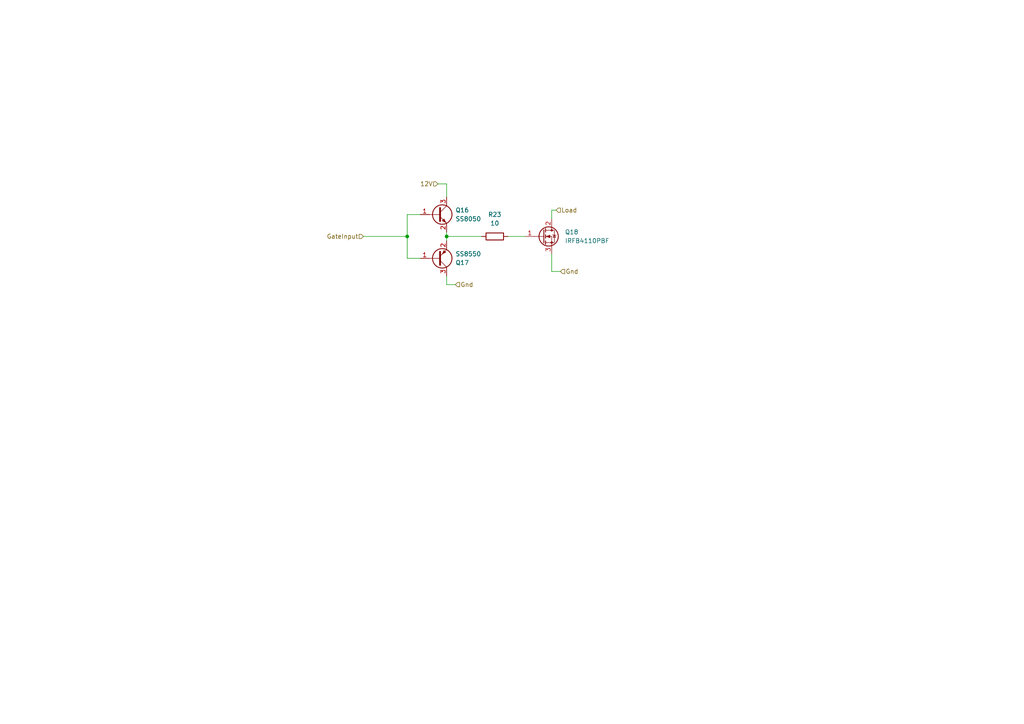
<source format=kicad_sch>
(kicad_sch
	(version 20250114)
	(generator "eeschema")
	(generator_version "9.0")
	(uuid "4e10f350-25d4-4e02-9799-0bbdf34d3f33")
	(paper "A4")
	(lib_symbols
		(symbol "Device:R"
			(pin_numbers
				(hide yes)
			)
			(pin_names
				(offset 0)
			)
			(exclude_from_sim no)
			(in_bom yes)
			(on_board yes)
			(property "Reference" "R"
				(at 2.032 0 90)
				(effects
					(font
						(size 1.27 1.27)
					)
				)
			)
			(property "Value" "R"
				(at 0 0 90)
				(effects
					(font
						(size 1.27 1.27)
					)
				)
			)
			(property "Footprint" ""
				(at -1.778 0 90)
				(effects
					(font
						(size 1.27 1.27)
					)
					(hide yes)
				)
			)
			(property "Datasheet" "~"
				(at 0 0 0)
				(effects
					(font
						(size 1.27 1.27)
					)
					(hide yes)
				)
			)
			(property "Description" "Resistor"
				(at 0 0 0)
				(effects
					(font
						(size 1.27 1.27)
					)
					(hide yes)
				)
			)
			(property "ki_keywords" "R res resistor"
				(at 0 0 0)
				(effects
					(font
						(size 1.27 1.27)
					)
					(hide yes)
				)
			)
			(property "ki_fp_filters" "R_*"
				(at 0 0 0)
				(effects
					(font
						(size 1.27 1.27)
					)
					(hide yes)
				)
			)
			(symbol "R_0_1"
				(rectangle
					(start -1.016 -2.54)
					(end 1.016 2.54)
					(stroke
						(width 0.254)
						(type default)
					)
					(fill
						(type none)
					)
				)
			)
			(symbol "R_1_1"
				(pin passive line
					(at 0 3.81 270)
					(length 1.27)
					(name "~"
						(effects
							(font
								(size 1.27 1.27)
							)
						)
					)
					(number "1"
						(effects
							(font
								(size 1.27 1.27)
							)
						)
					)
				)
				(pin passive line
					(at 0 -3.81 90)
					(length 1.27)
					(name "~"
						(effects
							(font
								(size 1.27 1.27)
							)
						)
					)
					(number "2"
						(effects
							(font
								(size 1.27 1.27)
							)
						)
					)
				)
			)
			(embedded_fonts no)
		)
		(symbol "Transistor_BJT:SS8050"
			(pin_names
				(offset 0)
				(hide yes)
			)
			(exclude_from_sim no)
			(in_bom yes)
			(on_board yes)
			(property "Reference" "Q"
				(at 5.08 1.905 0)
				(effects
					(font
						(size 1.27 1.27)
					)
					(justify left)
				)
			)
			(property "Value" "SS8050"
				(at 5.08 0 0)
				(effects
					(font
						(size 1.27 1.27)
					)
					(justify left)
				)
			)
			(property "Footprint" "Package_TO_SOT_SMD:SOT-23"
				(at 5.08 -7.366 0)
				(effects
					(font
						(size 1.27 1.27)
						(italic yes)
					)
					(justify left)
					(hide yes)
				)
			)
			(property "Datasheet" "http://www.secosgmbh.com/datasheet/products/SSMPTransistor/SOT-23/SS8050.pdf"
				(at 5.08 -4.826 0)
				(effects
					(font
						(size 1.27 1.27)
					)
					(justify left)
					(hide yes)
				)
			)
			(property "Description" "General Purpose NPN Transistor, 1.5A Ic, 25V Vce, SOT-23"
				(at 34.036 -2.286 0)
				(effects
					(font
						(size 1.27 1.27)
					)
					(hide yes)
				)
			)
			(property "ki_keywords" "SS8050 NPN Transistor"
				(at 0 0 0)
				(effects
					(font
						(size 1.27 1.27)
					)
					(hide yes)
				)
			)
			(property "ki_fp_filters" "SOT?23*"
				(at 0 0 0)
				(effects
					(font
						(size 1.27 1.27)
					)
					(hide yes)
				)
			)
			(symbol "SS8050_0_1"
				(polyline
					(pts
						(xy -2.54 0) (xy 0.635 0)
					)
					(stroke
						(width 0)
						(type default)
					)
					(fill
						(type none)
					)
				)
				(polyline
					(pts
						(xy 0.635 1.905) (xy 0.635 -1.905)
					)
					(stroke
						(width 0.508)
						(type default)
					)
					(fill
						(type none)
					)
				)
				(circle
					(center 1.27 0)
					(radius 2.8194)
					(stroke
						(width 0.254)
						(type default)
					)
					(fill
						(type none)
					)
				)
			)
			(symbol "SS8050_1_1"
				(polyline
					(pts
						(xy 0.635 0.635) (xy 2.54 2.54)
					)
					(stroke
						(width 0)
						(type default)
					)
					(fill
						(type none)
					)
				)
				(polyline
					(pts
						(xy 0.635 -0.635) (xy 2.54 -2.54)
					)
					(stroke
						(width 0)
						(type default)
					)
					(fill
						(type none)
					)
				)
				(polyline
					(pts
						(xy 1.27 -1.778) (xy 1.778 -1.27) (xy 2.286 -2.286) (xy 1.27 -1.778)
					)
					(stroke
						(width 0)
						(type default)
					)
					(fill
						(type outline)
					)
				)
				(pin input line
					(at -5.08 0 0)
					(length 2.54)
					(name "B"
						(effects
							(font
								(size 1.27 1.27)
							)
						)
					)
					(number "1"
						(effects
							(font
								(size 1.27 1.27)
							)
						)
					)
				)
				(pin passive line
					(at 2.54 5.08 270)
					(length 2.54)
					(name "C"
						(effects
							(font
								(size 1.27 1.27)
							)
						)
					)
					(number "3"
						(effects
							(font
								(size 1.27 1.27)
							)
						)
					)
				)
				(pin passive line
					(at 2.54 -5.08 90)
					(length 2.54)
					(name "E"
						(effects
							(font
								(size 1.27 1.27)
							)
						)
					)
					(number "2"
						(effects
							(font
								(size 1.27 1.27)
							)
						)
					)
				)
			)
			(embedded_fonts no)
		)
		(symbol "Transistor_BJT:SS8550"
			(pin_names
				(offset 0)
				(hide yes)
			)
			(exclude_from_sim no)
			(in_bom yes)
			(on_board yes)
			(property "Reference" "Q"
				(at 5.08 1.905 0)
				(effects
					(font
						(size 1.27 1.27)
					)
					(justify left)
				)
			)
			(property "Value" "SS8550"
				(at 5.08 0 0)
				(effects
					(font
						(size 1.27 1.27)
					)
					(justify left)
				)
			)
			(property "Footprint" "Package_TO_SOT_SMD:SOT-23"
				(at 5.08 -7.366 0)
				(effects
					(font
						(size 1.27 1.27)
						(italic yes)
					)
					(justify left)
					(hide yes)
				)
			)
			(property "Datasheet" "http://www.secosgmbh.com/datasheet/products/SSMPTransistor/SOT-23/SS8550.pdf"
				(at 5.08 -4.826 0)
				(effects
					(font
						(size 1.27 1.27)
					)
					(justify left)
					(hide yes)
				)
			)
			(property "Description" "General Purpose PNP Transistor, 1.5A Ic, 25V Vce, SOT-23"
				(at 34.036 -2.286 0)
				(effects
					(font
						(size 1.27 1.27)
					)
					(hide yes)
				)
			)
			(property "ki_keywords" "SS8550 PNP Transistor"
				(at 0 0 0)
				(effects
					(font
						(size 1.27 1.27)
					)
					(hide yes)
				)
			)
			(property "ki_fp_filters" "SOT?23*"
				(at 0 0 0)
				(effects
					(font
						(size 1.27 1.27)
					)
					(hide yes)
				)
			)
			(symbol "SS8550_0_1"
				(polyline
					(pts
						(xy -2.54 0) (xy 0.635 0)
					)
					(stroke
						(width 0)
						(type default)
					)
					(fill
						(type none)
					)
				)
				(polyline
					(pts
						(xy 0.635 1.905) (xy 0.635 -1.905)
					)
					(stroke
						(width 0.508)
						(type default)
					)
					(fill
						(type none)
					)
				)
				(polyline
					(pts
						(xy 0.635 0.635) (xy 2.54 2.54)
					)
					(stroke
						(width 0)
						(type default)
					)
					(fill
						(type none)
					)
				)
				(polyline
					(pts
						(xy 0.635 -0.635) (xy 2.54 -2.54)
					)
					(stroke
						(width 0)
						(type default)
					)
					(fill
						(type none)
					)
				)
				(circle
					(center 1.27 0)
					(radius 2.8194)
					(stroke
						(width 0.254)
						(type default)
					)
					(fill
						(type none)
					)
				)
				(polyline
					(pts
						(xy 2.286 -1.778) (xy 1.778 -2.286) (xy 1.27 -1.27) (xy 2.286 -1.778)
					)
					(stroke
						(width 0)
						(type default)
					)
					(fill
						(type outline)
					)
				)
			)
			(symbol "SS8550_1_1"
				(pin input line
					(at -5.08 0 0)
					(length 2.54)
					(name "B"
						(effects
							(font
								(size 1.27 1.27)
							)
						)
					)
					(number "1"
						(effects
							(font
								(size 1.27 1.27)
							)
						)
					)
				)
				(pin passive line
					(at 2.54 5.08 270)
					(length 2.54)
					(name "C"
						(effects
							(font
								(size 1.27 1.27)
							)
						)
					)
					(number "3"
						(effects
							(font
								(size 1.27 1.27)
							)
						)
					)
				)
				(pin passive line
					(at 2.54 -5.08 90)
					(length 2.54)
					(name "E"
						(effects
							(font
								(size 1.27 1.27)
							)
						)
					)
					(number "2"
						(effects
							(font
								(size 1.27 1.27)
							)
						)
					)
				)
			)
			(embedded_fonts no)
		)
		(symbol "Transistor_FET:IRF3205"
			(pin_names
				(hide yes)
			)
			(exclude_from_sim no)
			(in_bom yes)
			(on_board yes)
			(property "Reference" "Q"
				(at 5.08 1.905 0)
				(effects
					(font
						(size 1.27 1.27)
					)
					(justify left)
				)
			)
			(property "Value" "IRF3205"
				(at 5.08 0 0)
				(effects
					(font
						(size 1.27 1.27)
					)
					(justify left)
				)
			)
			(property "Footprint" "Package_TO_SOT_THT:TO-220-3_Vertical"
				(at 5.08 -1.905 0)
				(effects
					(font
						(size 1.27 1.27)
						(italic yes)
					)
					(justify left)
					(hide yes)
				)
			)
			(property "Datasheet" "http://www.irf.com/product-info/datasheets/data/irf3205.pdf"
				(at 5.08 -3.81 0)
				(effects
					(font
						(size 1.27 1.27)
					)
					(justify left)
					(hide yes)
				)
			)
			(property "Description" "110A Id, 55V Vds, Single N-Channel HEXFET Power MOSFET, 8mOhm Ron, TO-220AB"
				(at 0 0 0)
				(effects
					(font
						(size 1.27 1.27)
					)
					(hide yes)
				)
			)
			(property "ki_keywords" "Single N-Channel HEXFET Power MOSFET"
				(at 0 0 0)
				(effects
					(font
						(size 1.27 1.27)
					)
					(hide yes)
				)
			)
			(property "ki_fp_filters" "TO?220*"
				(at 0 0 0)
				(effects
					(font
						(size 1.27 1.27)
					)
					(hide yes)
				)
			)
			(symbol "IRF3205_0_1"
				(polyline
					(pts
						(xy 0.254 1.905) (xy 0.254 -1.905)
					)
					(stroke
						(width 0.254)
						(type default)
					)
					(fill
						(type none)
					)
				)
				(polyline
					(pts
						(xy 0.254 0) (xy -2.54 0)
					)
					(stroke
						(width 0)
						(type default)
					)
					(fill
						(type none)
					)
				)
				(polyline
					(pts
						(xy 0.762 2.286) (xy 0.762 1.27)
					)
					(stroke
						(width 0.254)
						(type default)
					)
					(fill
						(type none)
					)
				)
				(polyline
					(pts
						(xy 0.762 0.508) (xy 0.762 -0.508)
					)
					(stroke
						(width 0.254)
						(type default)
					)
					(fill
						(type none)
					)
				)
				(polyline
					(pts
						(xy 0.762 -1.27) (xy 0.762 -2.286)
					)
					(stroke
						(width 0.254)
						(type default)
					)
					(fill
						(type none)
					)
				)
				(polyline
					(pts
						(xy 0.762 -1.778) (xy 3.302 -1.778) (xy 3.302 1.778) (xy 0.762 1.778)
					)
					(stroke
						(width 0)
						(type default)
					)
					(fill
						(type none)
					)
				)
				(polyline
					(pts
						(xy 1.016 0) (xy 2.032 0.381) (xy 2.032 -0.381) (xy 1.016 0)
					)
					(stroke
						(width 0)
						(type default)
					)
					(fill
						(type outline)
					)
				)
				(circle
					(center 1.651 0)
					(radius 2.794)
					(stroke
						(width 0.254)
						(type default)
					)
					(fill
						(type none)
					)
				)
				(polyline
					(pts
						(xy 2.54 2.54) (xy 2.54 1.778)
					)
					(stroke
						(width 0)
						(type default)
					)
					(fill
						(type none)
					)
				)
				(circle
					(center 2.54 1.778)
					(radius 0.254)
					(stroke
						(width 0)
						(type default)
					)
					(fill
						(type outline)
					)
				)
				(circle
					(center 2.54 -1.778)
					(radius 0.254)
					(stroke
						(width 0)
						(type default)
					)
					(fill
						(type outline)
					)
				)
				(polyline
					(pts
						(xy 2.54 -2.54) (xy 2.54 0) (xy 0.762 0)
					)
					(stroke
						(width 0)
						(type default)
					)
					(fill
						(type none)
					)
				)
				(polyline
					(pts
						(xy 2.794 0.508) (xy 2.921 0.381) (xy 3.683 0.381) (xy 3.81 0.254)
					)
					(stroke
						(width 0)
						(type default)
					)
					(fill
						(type none)
					)
				)
				(polyline
					(pts
						(xy 3.302 0.381) (xy 2.921 -0.254) (xy 3.683 -0.254) (xy 3.302 0.381)
					)
					(stroke
						(width 0)
						(type default)
					)
					(fill
						(type none)
					)
				)
			)
			(symbol "IRF3205_1_1"
				(pin input line
					(at -5.08 0 0)
					(length 2.54)
					(name "G"
						(effects
							(font
								(size 1.27 1.27)
							)
						)
					)
					(number "1"
						(effects
							(font
								(size 1.27 1.27)
							)
						)
					)
				)
				(pin passive line
					(at 2.54 5.08 270)
					(length 2.54)
					(name "D"
						(effects
							(font
								(size 1.27 1.27)
							)
						)
					)
					(number "2"
						(effects
							(font
								(size 1.27 1.27)
							)
						)
					)
				)
				(pin passive line
					(at 2.54 -5.08 90)
					(length 2.54)
					(name "S"
						(effects
							(font
								(size 1.27 1.27)
							)
						)
					)
					(number "3"
						(effects
							(font
								(size 1.27 1.27)
							)
						)
					)
				)
			)
			(embedded_fonts no)
		)
	)
	(junction
		(at 118.11 68.58)
		(diameter 0)
		(color 0 0 0 0)
		(uuid "64f7e974-cdcb-4713-aca0-3fdf42ac7ac2")
	)
	(junction
		(at 129.54 68.58)
		(diameter 0)
		(color 0 0 0 0)
		(uuid "99466649-8284-4c3b-a655-841d5590b5e0")
	)
	(wire
		(pts
			(xy 132.08 82.55) (xy 129.54 82.55)
		)
		(stroke
			(width 0)
			(type default)
		)
		(uuid "136054b1-a541-443e-9905-49bf68cdf09a")
	)
	(wire
		(pts
			(xy 129.54 82.55) (xy 129.54 80.01)
		)
		(stroke
			(width 0)
			(type default)
		)
		(uuid "1ad3e6b2-7fbc-4586-b219-7131110f9a56")
	)
	(wire
		(pts
			(xy 161.29 60.96) (xy 160.02 60.96)
		)
		(stroke
			(width 0)
			(type default)
		)
		(uuid "48336d43-3f1e-456c-b45d-3a7eff9347de")
	)
	(wire
		(pts
			(xy 147.32 68.58) (xy 152.4 68.58)
		)
		(stroke
			(width 0)
			(type default)
		)
		(uuid "4edd646e-11c8-4ab4-ae90-db057249a80d")
	)
	(wire
		(pts
			(xy 129.54 53.34) (xy 129.54 57.15)
		)
		(stroke
			(width 0)
			(type default)
		)
		(uuid "5382b549-2b70-4c99-aecb-716f4b7dc9a7")
	)
	(wire
		(pts
			(xy 118.11 68.58) (xy 118.11 62.23)
		)
		(stroke
			(width 0)
			(type default)
		)
		(uuid "574653c6-390b-4858-9448-f4be5cbc9582")
	)
	(wire
		(pts
			(xy 127 53.34) (xy 129.54 53.34)
		)
		(stroke
			(width 0)
			(type default)
		)
		(uuid "6560ae6a-5ee1-4eb5-b717-f9b1f102eb87")
	)
	(wire
		(pts
			(xy 162.56 78.74) (xy 160.02 78.74)
		)
		(stroke
			(width 0)
			(type default)
		)
		(uuid "69a36d9d-b258-49f5-8e39-c95d02048214")
	)
	(wire
		(pts
			(xy 118.11 62.23) (xy 121.92 62.23)
		)
		(stroke
			(width 0)
			(type default)
		)
		(uuid "7090ab3e-1d32-4a59-9cbb-7574300797e2")
	)
	(wire
		(pts
			(xy 129.54 68.58) (xy 129.54 69.85)
		)
		(stroke
			(width 0)
			(type default)
		)
		(uuid "72124aa8-7c6f-4aa1-b723-a6965e5cd354")
	)
	(wire
		(pts
			(xy 129.54 68.58) (xy 139.7 68.58)
		)
		(stroke
			(width 0)
			(type default)
		)
		(uuid "aedbc88d-bd55-4d5b-9b06-499dd7ec10e6")
	)
	(wire
		(pts
			(xy 160.02 60.96) (xy 160.02 63.5)
		)
		(stroke
			(width 0)
			(type default)
		)
		(uuid "b45ff309-bbac-4e85-bf29-b604bab4206b")
	)
	(wire
		(pts
			(xy 118.11 74.93) (xy 118.11 68.58)
		)
		(stroke
			(width 0)
			(type default)
		)
		(uuid "dbd345b6-51f6-46f4-b987-9b63b1234c66")
	)
	(wire
		(pts
			(xy 105.41 68.58) (xy 118.11 68.58)
		)
		(stroke
			(width 0)
			(type default)
		)
		(uuid "df024811-bbeb-4b6b-9191-a7f3db898e2d")
	)
	(wire
		(pts
			(xy 160.02 73.66) (xy 160.02 78.74)
		)
		(stroke
			(width 0)
			(type default)
		)
		(uuid "f80edc65-5555-468b-8db1-4928d59fe9bb")
	)
	(wire
		(pts
			(xy 121.92 74.93) (xy 118.11 74.93)
		)
		(stroke
			(width 0)
			(type default)
		)
		(uuid "fac62461-a3d5-431f-b64a-bc8db06a82d2")
	)
	(wire
		(pts
			(xy 129.54 67.31) (xy 129.54 68.58)
		)
		(stroke
			(width 0)
			(type default)
		)
		(uuid "fcf34f6c-6169-41f0-b803-23ccdb03d5f0")
	)
	(hierarchical_label "GateInput"
		(shape input)
		(at 105.41 68.58 180)
		(effects
			(font
				(size 1.27 1.27)
			)
			(justify right)
		)
		(uuid "2cd81eb9-8e18-4f08-b2be-21341a1bb627")
	)
	(hierarchical_label "Gnd"
		(shape input)
		(at 162.56 78.74 0)
		(effects
			(font
				(size 1.27 1.27)
			)
			(justify left)
		)
		(uuid "328a667b-7579-4320-90ee-3940ef4cee0c")
	)
	(hierarchical_label "Gnd"
		(shape input)
		(at 132.08 82.55 0)
		(effects
			(font
				(size 1.27 1.27)
			)
			(justify left)
		)
		(uuid "8781198b-a969-45fd-8cf8-aa6fe823b952")
	)
	(hierarchical_label "Load"
		(shape input)
		(at 161.29 60.96 0)
		(effects
			(font
				(size 1.27 1.27)
			)
			(justify left)
		)
		(uuid "cc70dda2-757a-424a-af57-09b809879dd7")
	)
	(hierarchical_label "12V"
		(shape input)
		(at 127 53.34 180)
		(effects
			(font
				(size 1.27 1.27)
			)
			(justify right)
		)
		(uuid "faa570ab-2228-4f45-9de2-b51c84091ea6")
	)
	(symbol
		(lib_id "Transistor_FET:IRF3205")
		(at 157.48 68.58 0)
		(unit 1)
		(exclude_from_sim no)
		(in_bom yes)
		(on_board yes)
		(dnp no)
		(fields_autoplaced yes)
		(uuid "0d339af1-b33a-4c44-8b4f-d30fc38ca72f")
		(property "Reference" "Q15"
			(at 163.83 67.3099 0)
			(effects
				(font
					(size 1.27 1.27)
				)
				(justify left)
			)
		)
		(property "Value" "IRFB4110PBF"
			(at 163.83 69.8499 0)
			(effects
				(font
					(size 1.27 1.27)
				)
				(justify left)
			)
		)
		(property "Footprint" "Package_TO_SOT_THT:TO-220-3_Horizontal_TabUp"
			(at 162.56 70.485 0)
			(effects
				(font
					(size 1.27 1.27)
					(italic yes)
				)
				(justify left)
				(hide yes)
			)
		)
		(property "Datasheet" "http://www.irf.com/product-info/datasheets/data/irf3205.pdf"
			(at 162.56 72.39 0)
			(effects
				(font
					(size 1.27 1.27)
				)
				(justify left)
				(hide yes)
			)
		)
		(property "Description" "110A Id, 55V Vds, Single N-Channel HEXFET Power MOSFET, 8mOhm Ron, TO-220AB"
			(at 157.48 68.58 0)
			(effects
				(font
					(size 1.27 1.27)
				)
				(hide yes)
			)
		)
		(pin "2"
			(uuid "5be3e078-e40d-4d6b-b17e-42167abece85")
		)
		(pin "1"
			(uuid "3ebdcf14-6920-49e7-9686-43b26d4fc422")
		)
		(pin "3"
			(uuid "daf3ac93-102b-4daf-8327-e6826f64479c")
		)
		(instances
			(project "VFD_V1"
				(path "/e60c11d9-ab9e-4760-a4a7-008fcec65a72/c6551446-5e26-4d9a-a5bc-1c867d865e21/114be0da-6ec0-43cc-95ec-fead423de7f2/285d2753-215f-428f-a3e3-1ef4b695e2d7"
					(reference "Q18")
					(unit 1)
				)
				(path "/e60c11d9-ab9e-4760-a4a7-008fcec65a72/c6551446-5e26-4d9a-a5bc-1c867d865e21/114be0da-6ec0-43cc-95ec-fead423de7f2/b376caf9-3098-44f3-80b6-fb87206c02dc"
					(reference "Q15")
					(unit 1)
				)
				(path "/e60c11d9-ab9e-4760-a4a7-008fcec65a72/c6551446-5e26-4d9a-a5bc-1c867d865e21/4ead1ef3-6642-476a-91a4-2f6f295e53fc/285d2753-215f-428f-a3e3-1ef4b695e2d7"
					(reference "Q24")
					(unit 1)
				)
				(path "/e60c11d9-ab9e-4760-a4a7-008fcec65a72/c6551446-5e26-4d9a-a5bc-1c867d865e21/4ead1ef3-6642-476a-91a4-2f6f295e53fc/b376caf9-3098-44f3-80b6-fb87206c02dc"
					(reference "Q21")
					(unit 1)
				)
			)
		)
	)
	(symbol
		(lib_id "Device:R")
		(at 143.51 68.58 90)
		(unit 1)
		(exclude_from_sim no)
		(in_bom yes)
		(on_board yes)
		(dnp no)
		(fields_autoplaced yes)
		(uuid "27fe0c6c-289c-4899-8202-cf88b8d9e60b")
		(property "Reference" "R21"
			(at 143.51 62.23 90)
			(effects
				(font
					(size 1.27 1.27)
				)
			)
		)
		(property "Value" "10"
			(at 143.51 64.77 90)
			(effects
				(font
					(size 1.27 1.27)
				)
			)
		)
		(property "Footprint" "Resistor_SMD:R_0603_1608Metric_Pad0.98x0.95mm_HandSolder"
			(at 143.51 70.358 90)
			(effects
				(font
					(size 1.27 1.27)
				)
				(hide yes)
			)
		)
		(property "Datasheet" "~"
			(at 143.51 68.58 0)
			(effects
				(font
					(size 1.27 1.27)
				)
				(hide yes)
			)
		)
		(property "Description" "Resistor"
			(at 143.51 68.58 0)
			(effects
				(font
					(size 1.27 1.27)
				)
				(hide yes)
			)
		)
		(pin "1"
			(uuid "eca13df0-b328-4236-b1b8-9dbe6966269e")
		)
		(pin "2"
			(uuid "cd6f34ee-e681-4d93-828f-1945c3ae6a50")
		)
		(instances
			(project "VFD_V1"
				(path "/e60c11d9-ab9e-4760-a4a7-008fcec65a72/c6551446-5e26-4d9a-a5bc-1c867d865e21/114be0da-6ec0-43cc-95ec-fead423de7f2/285d2753-215f-428f-a3e3-1ef4b695e2d7"
					(reference "R23")
					(unit 1)
				)
				(path "/e60c11d9-ab9e-4760-a4a7-008fcec65a72/c6551446-5e26-4d9a-a5bc-1c867d865e21/114be0da-6ec0-43cc-95ec-fead423de7f2/b376caf9-3098-44f3-80b6-fb87206c02dc"
					(reference "R21")
					(unit 1)
				)
				(path "/e60c11d9-ab9e-4760-a4a7-008fcec65a72/c6551446-5e26-4d9a-a5bc-1c867d865e21/4ead1ef3-6642-476a-91a4-2f6f295e53fc/285d2753-215f-428f-a3e3-1ef4b695e2d7"
					(reference "R26")
					(unit 1)
				)
				(path "/e60c11d9-ab9e-4760-a4a7-008fcec65a72/c6551446-5e26-4d9a-a5bc-1c867d865e21/4ead1ef3-6642-476a-91a4-2f6f295e53fc/b376caf9-3098-44f3-80b6-fb87206c02dc"
					(reference "R25")
					(unit 1)
				)
			)
		)
	)
	(symbol
		(lib_id "Transistor_BJT:SS8050")
		(at 127 62.23 0)
		(unit 1)
		(exclude_from_sim no)
		(in_bom yes)
		(on_board yes)
		(dnp no)
		(fields_autoplaced yes)
		(uuid "2ead9d98-f9ac-4abd-bf03-9a70cd15560e")
		(property "Reference" "Q13"
			(at 132.08 60.9599 0)
			(effects
				(font
					(size 1.27 1.27)
				)
				(justify left)
			)
		)
		(property "Value" "SS8050"
			(at 132.08 63.4999 0)
			(effects
				(font
					(size 1.27 1.27)
				)
				(justify left)
			)
		)
		(property "Footprint" "Package_TO_SOT_SMD:SOT-23"
			(at 132.08 69.596 0)
			(effects
				(font
					(size 1.27 1.27)
					(italic yes)
				)
				(justify left)
				(hide yes)
			)
		)
		(property "Datasheet" "http://www.secosgmbh.com/datasheet/products/SSMPTransistor/SOT-23/SS8050.pdf"
			(at 132.08 67.056 0)
			(effects
				(font
					(size 1.27 1.27)
				)
				(justify left)
				(hide yes)
			)
		)
		(property "Description" "General Purpose NPN Transistor, 1.5A Ic, 25V Vce, SOT-23"
			(at 161.036 64.516 0)
			(effects
				(font
					(size 1.27 1.27)
				)
				(hide yes)
			)
		)
		(pin "2"
			(uuid "10c36734-f660-4022-ba80-7797b994f05f")
		)
		(pin "3"
			(uuid "58d3680b-f795-4f75-8c5a-ee6bea5274f9")
		)
		(pin "1"
			(uuid "123d3710-991e-489c-a8f3-048f358cf2ce")
		)
		(instances
			(project "VFD_V1"
				(path "/e60c11d9-ab9e-4760-a4a7-008fcec65a72/c6551446-5e26-4d9a-a5bc-1c867d865e21/114be0da-6ec0-43cc-95ec-fead423de7f2/285d2753-215f-428f-a3e3-1ef4b695e2d7"
					(reference "Q16")
					(unit 1)
				)
				(path "/e60c11d9-ab9e-4760-a4a7-008fcec65a72/c6551446-5e26-4d9a-a5bc-1c867d865e21/114be0da-6ec0-43cc-95ec-fead423de7f2/b376caf9-3098-44f3-80b6-fb87206c02dc"
					(reference "Q13")
					(unit 1)
				)
				(path "/e60c11d9-ab9e-4760-a4a7-008fcec65a72/c6551446-5e26-4d9a-a5bc-1c867d865e21/4ead1ef3-6642-476a-91a4-2f6f295e53fc/285d2753-215f-428f-a3e3-1ef4b695e2d7"
					(reference "Q22")
					(unit 1)
				)
				(path "/e60c11d9-ab9e-4760-a4a7-008fcec65a72/c6551446-5e26-4d9a-a5bc-1c867d865e21/4ead1ef3-6642-476a-91a4-2f6f295e53fc/b376caf9-3098-44f3-80b6-fb87206c02dc"
					(reference "Q19")
					(unit 1)
				)
			)
		)
	)
	(symbol
		(lib_id "Transistor_BJT:SS8550")
		(at 127 74.93 0)
		(mirror x)
		(unit 1)
		(exclude_from_sim no)
		(in_bom yes)
		(on_board yes)
		(dnp no)
		(uuid "5fb32489-3a7e-485b-9933-fb15182abbcc")
		(property "Reference" "Q14"
			(at 132.08 76.2001 0)
			(effects
				(font
					(size 1.27 1.27)
				)
				(justify left)
			)
		)
		(property "Value" "SS8550"
			(at 132.08 73.6601 0)
			(effects
				(font
					(size 1.27 1.27)
				)
				(justify left)
			)
		)
		(property "Footprint" "Package_TO_SOT_SMD:SOT-23"
			(at 132.08 67.564 0)
			(effects
				(font
					(size 1.27 1.27)
					(italic yes)
				)
				(justify left)
				(hide yes)
			)
		)
		(property "Datasheet" "http://www.secosgmbh.com/datasheet/products/SSMPTransistor/SOT-23/SS8550.pdf"
			(at 132.08 70.104 0)
			(effects
				(font
					(size 1.27 1.27)
				)
				(justify left)
				(hide yes)
			)
		)
		(property "Description" "General Purpose PNP Transistor, 1.5A Ic, 25V Vce, SOT-23"
			(at 161.036 72.644 0)
			(effects
				(font
					(size 1.27 1.27)
				)
				(hide yes)
			)
		)
		(pin "1"
			(uuid "a15dea82-bfb9-4768-9a3d-36bca2e510c6")
		)
		(pin "3"
			(uuid "5ca645ca-a1fd-4686-9501-d13335ebcf33")
		)
		(pin "2"
			(uuid "86c51e98-d0c3-41bc-8e27-4e272943b8f5")
		)
		(instances
			(project "VFD_V1"
				(path "/e60c11d9-ab9e-4760-a4a7-008fcec65a72/c6551446-5e26-4d9a-a5bc-1c867d865e21/114be0da-6ec0-43cc-95ec-fead423de7f2/285d2753-215f-428f-a3e3-1ef4b695e2d7"
					(reference "Q17")
					(unit 1)
				)
				(path "/e60c11d9-ab9e-4760-a4a7-008fcec65a72/c6551446-5e26-4d9a-a5bc-1c867d865e21/114be0da-6ec0-43cc-95ec-fead423de7f2/b376caf9-3098-44f3-80b6-fb87206c02dc"
					(reference "Q14")
					(unit 1)
				)
				(path "/e60c11d9-ab9e-4760-a4a7-008fcec65a72/c6551446-5e26-4d9a-a5bc-1c867d865e21/4ead1ef3-6642-476a-91a4-2f6f295e53fc/285d2753-215f-428f-a3e3-1ef4b695e2d7"
					(reference "Q23")
					(unit 1)
				)
				(path "/e60c11d9-ab9e-4760-a4a7-008fcec65a72/c6551446-5e26-4d9a-a5bc-1c867d865e21/4ead1ef3-6642-476a-91a4-2f6f295e53fc/b376caf9-3098-44f3-80b6-fb87206c02dc"
					(reference "Q20")
					(unit 1)
				)
			)
		)
	)
)

</source>
